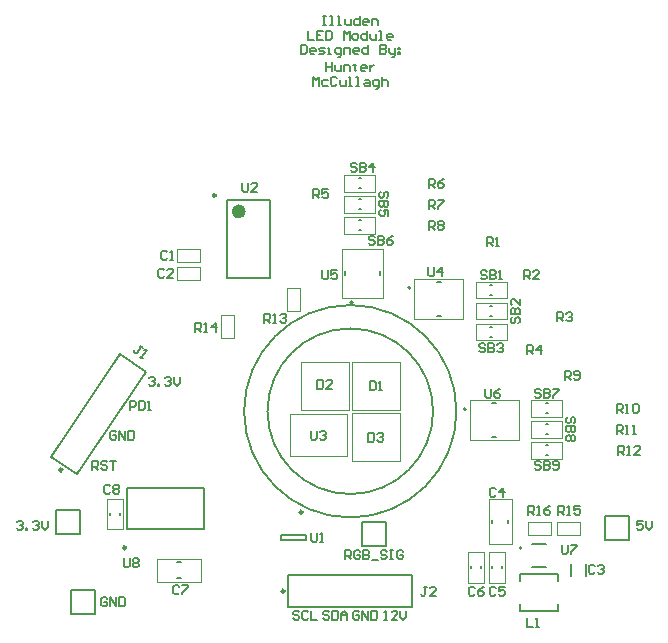
<source format=gto>
G04*
G04 #@! TF.GenerationSoftware,Altium Limited,Altium Designer,21.6.4 (81)*
G04*
G04 Layer_Color=65535*
%FSLAX23Y23*%
%MOIN*%
G70*
G04*
G04 #@! TF.SameCoordinates,5C7EE660-6927-4EDB-96E5-1C855801FDE5*
G04*
G04*
G04 #@! TF.FilePolarity,Positive*
G04*
G01*
G75*
%ADD10C,0.008*%
%ADD11C,0.005*%
%ADD12C,0.010*%
%ADD13C,0.024*%
%ADD14C,0.003*%
%ADD15C,0.002*%
D10*
X201Y412D02*
G03*
X201Y412I-4J0D01*
G01*
X386Y7D02*
G03*
X386Y7I-4J0D01*
G01*
X8Y362D02*
G03*
X8Y362I-4J0D01*
G01*
X571Y-456D02*
G03*
X571Y-456I-4J0D01*
G01*
X566Y-667D02*
X692D01*
X566Y-565D02*
Y-541D01*
Y-667D02*
Y-642D01*
Y-541D02*
X692D01*
Y-565D02*
Y-541D01*
Y-667D02*
Y-642D01*
X-743Y-394D02*
Y-256D01*
X-487D01*
Y-394D02*
Y-256D01*
X-743Y-394D02*
X-487D01*
X-769Y190D02*
X-681Y131D01*
X-999Y-151D02*
X-769Y190D01*
X-999Y-151D02*
X-911Y-210D01*
X-681Y131D01*
X-206Y-653D02*
X206D01*
X-206D02*
Y-547D01*
X206D01*
Y-653D02*
Y-547D01*
X735Y-550D02*
Y-510D01*
X785Y-550D02*
Y-510D01*
X-232Y-411D02*
X-148D01*
X-232Y-429D02*
Y-411D01*
Y-429D02*
X-148D01*
Y-411D01*
X-411Y445D02*
X-269D01*
X-411Y705D02*
X-269D01*
X-269Y445D01*
X-411D02*
X-411Y705D01*
D11*
X276Y0D02*
G03*
X276Y0I-276J0D01*
G01*
X354D02*
G03*
X354Y0I-354J0D01*
G01*
X467Y319D02*
X473D01*
X467Y351D02*
X473D01*
X467Y389D02*
X473D01*
X467Y421D02*
X473D01*
X288Y318D02*
X302D01*
X288Y432D02*
X302D01*
X467Y249D02*
X473D01*
X467Y281D02*
X473D01*
X473Y-87D02*
X487D01*
X473Y27D02*
X487D01*
X652Y-76D02*
X658D01*
X652Y-44D02*
X658D01*
X652Y-146D02*
X658D01*
X652Y-114D02*
X658D01*
X652Y-6D02*
X658D01*
X652Y26D02*
X658D01*
X-930Y-675D02*
Y-595D01*
X-850Y-675D02*
Y-595D01*
X-930D02*
X-850D01*
X-930Y-675D02*
X-850D01*
X-576Y-556D02*
X-564D01*
X-576Y-504D02*
X-564D01*
X-800Y-345D02*
Y-339D01*
X-769Y-345D02*
Y-339D01*
X-16Y453D02*
Y467D01*
X99Y453D02*
Y467D01*
X28Y776D02*
X35D01*
X28Y744D02*
X35D01*
X28Y706D02*
X35D01*
X28Y674D02*
X35D01*
X28Y636D02*
X35D01*
X28Y604D02*
X35D01*
X526Y-373D02*
Y-361D01*
X474Y-373D02*
Y-361D01*
X474Y-523D02*
Y-517D01*
X506Y-523D02*
Y-517D01*
X404Y-523D02*
Y-517D01*
X436Y-523D02*
Y-517D01*
X40Y-450D02*
Y-370D01*
X120Y-450D02*
Y-370D01*
X40D02*
X120D01*
X40Y-450D02*
X120D01*
X850Y-430D02*
Y-350D01*
X930Y-430D02*
Y-350D01*
X850D02*
X930D01*
X850Y-430D02*
X930D01*
X-980Y-410D02*
Y-330D01*
X-900Y-410D02*
Y-330D01*
X-980D02*
X-900D01*
X-980Y-410D02*
X-900D01*
X606Y-518D02*
X654D01*
X606Y-442D02*
X654D01*
X113Y-695D02*
X123D01*
X118D01*
Y-665D01*
X113Y-670D01*
X157Y-695D02*
X138D01*
X157Y-675D01*
Y-670D01*
X152Y-665D01*
X143D01*
X138Y-670D01*
X167Y-665D02*
Y-685D01*
X177Y-695D01*
X187Y-685D01*
Y-665D01*
X-810Y-625D02*
X-815Y-620D01*
X-825D01*
X-830Y-625D01*
Y-645D01*
X-825Y-650D01*
X-815D01*
X-810Y-645D01*
Y-635D01*
X-820D01*
X-800Y-650D02*
Y-620D01*
X-780Y-650D01*
Y-620D01*
X-770D02*
Y-650D01*
X-755D01*
X-750Y-645D01*
Y-625D01*
X-755Y-620D01*
X-770D01*
X-1112Y-370D02*
X-1107Y-365D01*
X-1097D01*
X-1092Y-370D01*
Y-375D01*
X-1097Y-380D01*
X-1102D01*
X-1097D01*
X-1092Y-385D01*
Y-390D01*
X-1097Y-395D01*
X-1107D01*
X-1112Y-390D01*
X-1082Y-395D02*
Y-390D01*
X-1077D01*
Y-395D01*
X-1082D01*
X-1058Y-370D02*
X-1053Y-365D01*
X-1043D01*
X-1038Y-370D01*
Y-375D01*
X-1043Y-380D01*
X-1048D01*
X-1043D01*
X-1038Y-385D01*
Y-390D01*
X-1043Y-395D01*
X-1053D01*
X-1058Y-390D01*
X-1028Y-365D02*
Y-385D01*
X-1018Y-395D01*
X-1008Y-385D01*
Y-365D01*
X-780Y-70D02*
X-785Y-65D01*
X-795D01*
X-800Y-70D01*
Y-90D01*
X-795Y-95D01*
X-785D01*
X-780Y-90D01*
Y-80D01*
X-790D01*
X-770Y-95D02*
Y-65D01*
X-750Y-95D01*
Y-65D01*
X-740D02*
Y-95D01*
X-725D01*
X-720Y-90D01*
Y-70D01*
X-725Y-65D01*
X-740D01*
X-170Y-670D02*
X-175Y-665D01*
X-185D01*
X-190Y-670D01*
Y-675D01*
X-185Y-680D01*
X-175D01*
X-170Y-685D01*
Y-690D01*
X-175Y-695D01*
X-185D01*
X-190Y-690D01*
X-140Y-670D02*
X-145Y-665D01*
X-155D01*
X-160Y-670D01*
Y-690D01*
X-155Y-695D01*
X-145D01*
X-140Y-690D01*
X-130Y-665D02*
Y-695D01*
X-110D01*
X-70Y-670D02*
X-75Y-665D01*
X-85D01*
X-90Y-670D01*
Y-675D01*
X-85Y-680D01*
X-75D01*
X-70Y-685D01*
Y-690D01*
X-75Y-695D01*
X-85D01*
X-90Y-690D01*
X-60Y-665D02*
Y-695D01*
X-45D01*
X-40Y-690D01*
Y-670D01*
X-45Y-665D01*
X-60D01*
X-30Y-695D02*
Y-675D01*
X-20Y-665D01*
X-10Y-675D01*
Y-695D01*
Y-680D01*
X-30D01*
X-860Y-195D02*
Y-165D01*
X-845D01*
X-840Y-170D01*
Y-180D01*
X-845Y-185D01*
X-860D01*
X-850D02*
X-840Y-195D01*
X-810Y-170D02*
X-815Y-165D01*
X-825D01*
X-830Y-170D01*
Y-175D01*
X-825Y-180D01*
X-815D01*
X-810Y-185D01*
Y-190D01*
X-815Y-195D01*
X-825D01*
X-830Y-190D01*
X-800Y-165D02*
X-780D01*
X-790D01*
Y-195D01*
X975Y-365D02*
X955D01*
Y-380D01*
X965Y-375D01*
X970D01*
X975Y-380D01*
Y-390D01*
X970Y-395D01*
X960D01*
X955Y-390D01*
X985Y-365D02*
Y-385D01*
X995Y-395D01*
X1005Y-385D01*
Y-365D01*
X30Y-670D02*
X25Y-665D01*
X15D01*
X10Y-670D01*
Y-690D01*
X15Y-695D01*
X25D01*
X30Y-690D01*
Y-680D01*
X20D01*
X40Y-695D02*
Y-665D01*
X60Y-695D01*
Y-665D01*
X70D02*
Y-695D01*
X85D01*
X90Y-690D01*
Y-670D01*
X85Y-665D01*
X70D01*
X-92Y1317D02*
X-82D01*
X-87D01*
Y1287D01*
X-92D01*
X-82D01*
X-67D02*
X-57D01*
X-62D01*
Y1317D01*
X-67D01*
X-42Y1287D02*
X-32D01*
X-37D01*
Y1317D01*
X-42D01*
X-17Y1307D02*
Y1292D01*
X-12Y1287D01*
X2D01*
Y1307D01*
X32Y1317D02*
Y1287D01*
X17D01*
X12Y1292D01*
Y1302D01*
X17Y1307D01*
X32D01*
X57Y1287D02*
X47D01*
X42Y1292D01*
Y1302D01*
X47Y1307D01*
X57D01*
X62Y1302D01*
Y1297D01*
X42D01*
X72Y1287D02*
Y1307D01*
X87D01*
X92Y1302D01*
Y1287D01*
X-142Y1269D02*
Y1239D01*
X-122D01*
X-92Y1269D02*
X-112D01*
Y1239D01*
X-92D01*
X-112Y1254D02*
X-102D01*
X-82Y1269D02*
Y1239D01*
X-67D01*
X-62Y1244D01*
Y1264D01*
X-67Y1269D01*
X-82D01*
X-22Y1239D02*
Y1269D01*
X-12Y1259D01*
X-2Y1269D01*
Y1239D01*
X12D02*
X22D01*
X27Y1244D01*
Y1254D01*
X22Y1259D01*
X12D01*
X7Y1254D01*
Y1244D01*
X12Y1239D01*
X57Y1269D02*
Y1239D01*
X42D01*
X37Y1244D01*
Y1254D01*
X42Y1259D01*
X57D01*
X67D02*
Y1244D01*
X72Y1239D01*
X87D01*
Y1259D01*
X97Y1239D02*
X107D01*
X102D01*
Y1269D01*
X97D01*
X137Y1239D02*
X127D01*
X122Y1244D01*
Y1254D01*
X127Y1259D01*
X137D01*
X142Y1254D01*
Y1249D01*
X122D01*
X-165Y1221D02*
Y1191D01*
X-150D01*
X-145Y1196D01*
Y1216D01*
X-150Y1221D01*
X-165D01*
X-120Y1191D02*
X-130D01*
X-135Y1196D01*
Y1206D01*
X-130Y1211D01*
X-120D01*
X-115Y1206D01*
Y1201D01*
X-135D01*
X-105Y1191D02*
X-90D01*
X-85Y1196D01*
X-90Y1201D01*
X-100D01*
X-105Y1206D01*
X-100Y1211D01*
X-85D01*
X-75Y1191D02*
X-65D01*
X-70D01*
Y1211D01*
X-75D01*
X-40Y1181D02*
X-35D01*
X-30Y1186D01*
Y1211D01*
X-45D01*
X-50Y1206D01*
Y1196D01*
X-45Y1191D01*
X-30D01*
X-20D02*
Y1211D01*
X-5D01*
X0Y1206D01*
Y1191D01*
X25D02*
X15D01*
X10Y1196D01*
Y1206D01*
X15Y1211D01*
X25D01*
X30Y1206D01*
Y1201D01*
X10D01*
X60Y1221D02*
Y1191D01*
X45D01*
X40Y1196D01*
Y1206D01*
X45Y1211D01*
X60D01*
X100Y1221D02*
Y1191D01*
X115D01*
X120Y1196D01*
Y1201D01*
X115Y1206D01*
X100D01*
X115D01*
X120Y1211D01*
Y1216D01*
X115Y1221D01*
X100D01*
X130Y1211D02*
Y1196D01*
X135Y1191D01*
X150D01*
Y1186D01*
X145Y1181D01*
X140D01*
X150Y1191D02*
Y1211D01*
X160D02*
X165D01*
Y1206D01*
X160D01*
Y1211D01*
Y1196D02*
X165D01*
Y1191D01*
X160D01*
Y1196D01*
X-80Y1163D02*
Y1133D01*
Y1148D01*
X-60D01*
Y1163D01*
Y1133D01*
X-50Y1153D02*
Y1138D01*
X-45Y1133D01*
X-30D01*
Y1153D01*
X-20Y1133D02*
Y1153D01*
X-5D01*
X0Y1148D01*
Y1133D01*
X15Y1158D02*
Y1153D01*
X10D01*
X20D01*
X15D01*
Y1138D01*
X20Y1133D01*
X50D02*
X40D01*
X35Y1138D01*
Y1148D01*
X40Y1153D01*
X50D01*
X55Y1148D01*
Y1143D01*
X35D01*
X65Y1153D02*
Y1133D01*
Y1143D01*
X70Y1148D01*
X75Y1153D01*
X80D01*
X-125Y1085D02*
Y1115D01*
X-115Y1105D01*
X-105Y1115D01*
Y1085D01*
X-75Y1105D02*
X-90D01*
X-95Y1100D01*
Y1090D01*
X-90Y1085D01*
X-75D01*
X-45Y1110D02*
X-50Y1115D01*
X-60D01*
X-65Y1110D01*
Y1090D01*
X-60Y1085D01*
X-50D01*
X-45Y1090D01*
X-35Y1105D02*
Y1090D01*
X-30Y1085D01*
X-15D01*
Y1105D01*
X-5Y1085D02*
X5D01*
X0D01*
Y1115D01*
X-5D01*
X20Y1085D02*
X30D01*
X25D01*
Y1115D01*
X20D01*
X50Y1105D02*
X60D01*
X65Y1100D01*
Y1085D01*
X50D01*
X45Y1090D01*
X50Y1095D01*
X65D01*
X85Y1075D02*
X90D01*
X95Y1080D01*
Y1105D01*
X80D01*
X75Y1100D01*
Y1090D01*
X80Y1085D01*
X95D01*
X105Y1115D02*
Y1085D01*
Y1100D01*
X110Y1105D01*
X120D01*
X125Y1100D01*
Y1085D01*
X-672Y110D02*
X-667Y115D01*
X-657D01*
X-652Y110D01*
Y105D01*
X-657Y100D01*
X-662D01*
X-657D01*
X-652Y95D01*
Y90D01*
X-657Y85D01*
X-667D01*
X-672Y90D01*
X-642Y85D02*
Y90D01*
X-637D01*
Y85D01*
X-642D01*
X-618Y110D02*
X-613Y115D01*
X-603D01*
X-598Y110D01*
Y105D01*
X-603Y100D01*
X-608D01*
X-603D01*
X-598Y95D01*
Y90D01*
X-603Y85D01*
X-613D01*
X-618Y90D01*
X-588Y115D02*
Y95D01*
X-578Y85D01*
X-568Y95D01*
Y115D01*
X-735Y5D02*
Y35D01*
X-720D01*
X-715Y30D01*
Y20D01*
X-720Y15D01*
X-735D01*
X-705Y35D02*
Y5D01*
X-690D01*
X-685Y10D01*
Y30D01*
X-690Y35D01*
X-705D01*
X-675Y5D02*
X-665D01*
X-670D01*
Y35D01*
X-675Y30D01*
X-131Y-65D02*
Y-90D01*
X-126Y-95D01*
X-116D01*
X-111Y-90D01*
Y-65D01*
X-101Y-70D02*
X-96Y-65D01*
X-86D01*
X-81Y-70D01*
Y-75D01*
X-86Y-80D01*
X-91D01*
X-86D01*
X-81Y-85D01*
Y-90D01*
X-86Y-95D01*
X-96D01*
X-101Y-90D01*
X60Y-72D02*
Y-102D01*
X75D01*
X80Y-97D01*
Y-77D01*
X75Y-72D01*
X60D01*
X90Y-77D02*
X95Y-72D01*
X105D01*
X110Y-77D01*
Y-82D01*
X105Y-87D01*
X100D01*
X105D01*
X110Y-92D01*
Y-97D01*
X105Y-102D01*
X95D01*
X90Y-97D01*
X-110Y105D02*
Y75D01*
X-95D01*
X-90Y80D01*
Y100D01*
X-95Y105D01*
X-110D01*
X-60Y75D02*
X-80D01*
X-60Y95D01*
Y100D01*
X-65Y105D01*
X-75D01*
X-80Y100D01*
X65Y100D02*
Y70D01*
X80D01*
X85Y75D01*
Y95D01*
X80Y100D01*
X65D01*
X95Y70D02*
X105D01*
X100D01*
Y100D01*
X95Y95D01*
X635Y-170D02*
X630Y-165D01*
X620D01*
X615Y-170D01*
Y-175D01*
X620Y-180D01*
X630D01*
X635Y-185D01*
Y-190D01*
X630Y-195D01*
X620D01*
X615Y-190D01*
X645Y-165D02*
Y-195D01*
X660D01*
X665Y-190D01*
Y-185D01*
X660Y-180D01*
X645D01*
X660D01*
X665Y-175D01*
Y-170D01*
X660Y-165D01*
X645D01*
X675Y-190D02*
X680Y-195D01*
X690D01*
X695Y-190D01*
Y-170D01*
X690Y-165D01*
X680D01*
X675Y-170D01*
Y-175D01*
X680Y-180D01*
X695D01*
X745Y-40D02*
X750Y-35D01*
Y-25D01*
X745Y-20D01*
X740D01*
X735Y-25D01*
Y-35D01*
X730Y-40D01*
X725D01*
X720Y-35D01*
Y-25D01*
X725Y-20D01*
X750Y-50D02*
X720D01*
Y-65D01*
X725Y-70D01*
X730D01*
X735Y-65D01*
Y-50D01*
Y-65D01*
X740Y-70D01*
X745D01*
X750Y-65D01*
Y-50D01*
X745Y-80D02*
X750Y-85D01*
Y-95D01*
X745Y-100D01*
X740D01*
X735Y-95D01*
X730Y-100D01*
X725D01*
X720Y-95D01*
Y-85D01*
X725Y-80D01*
X730D01*
X735Y-85D01*
X740Y-80D01*
X745D01*
X735Y-85D02*
Y-95D01*
X635Y70D02*
X630Y75D01*
X620D01*
X615Y70D01*
Y65D01*
X620Y60D01*
X630D01*
X635Y55D01*
Y50D01*
X630Y45D01*
X620D01*
X615Y50D01*
X645Y75D02*
Y45D01*
X660D01*
X665Y50D01*
Y55D01*
X660Y60D01*
X645D01*
X660D01*
X665Y65D01*
Y70D01*
X660Y75D01*
X645D01*
X675D02*
X695D01*
Y70D01*
X675Y50D01*
Y45D01*
X81Y580D02*
X76Y585D01*
X66D01*
X61Y580D01*
Y575D01*
X66Y570D01*
X76D01*
X81Y565D01*
Y560D01*
X76Y555D01*
X66D01*
X61Y560D01*
X91Y585D02*
Y555D01*
X106D01*
X111Y560D01*
Y565D01*
X106Y570D01*
X91D01*
X106D01*
X111Y575D01*
Y580D01*
X106Y585D01*
X91D01*
X141D02*
X131Y580D01*
X121Y570D01*
Y560D01*
X126Y555D01*
X136D01*
X141Y560D01*
Y565D01*
X136Y570D01*
X121D01*
X121Y712D02*
X126Y717D01*
Y727D01*
X121Y732D01*
X116D01*
X111Y727D01*
Y717D01*
X106Y712D01*
X101D01*
X96Y717D01*
Y727D01*
X101Y732D01*
X126Y702D02*
X96D01*
Y687D01*
X101Y682D01*
X106D01*
X111Y687D01*
Y702D01*
Y687D01*
X116Y682D01*
X121D01*
X126Y687D01*
Y702D01*
Y652D02*
Y672D01*
X111D01*
X116Y662D01*
Y657D01*
X111Y652D01*
X101D01*
X96Y657D01*
Y667D01*
X101Y672D01*
X21Y824D02*
X16Y829D01*
X6D01*
X1Y824D01*
Y819D01*
X6Y814D01*
X16D01*
X21Y809D01*
Y804D01*
X16Y799D01*
X6D01*
X1Y804D01*
X31Y829D02*
Y799D01*
X46D01*
X51Y804D01*
Y809D01*
X46Y814D01*
X31D01*
X46D01*
X51Y819D01*
Y824D01*
X46Y829D01*
X31D01*
X76Y799D02*
Y829D01*
X61Y814D01*
X81D01*
X450Y221D02*
X445Y226D01*
X435D01*
X430Y221D01*
Y216D01*
X435Y211D01*
X445D01*
X450Y206D01*
Y201D01*
X445Y196D01*
X435D01*
X430Y201D01*
X460Y226D02*
Y196D01*
X475D01*
X480Y201D01*
Y206D01*
X475Y211D01*
X460D01*
X475D01*
X480Y216D01*
Y221D01*
X475Y226D01*
X460D01*
X490Y221D02*
X495Y226D01*
X505D01*
X510Y221D01*
Y216D01*
X505Y211D01*
X500D01*
X505D01*
X510Y206D01*
Y201D01*
X505Y196D01*
X495D01*
X490Y201D01*
X540Y313D02*
X535Y308D01*
Y298D01*
X540Y293D01*
X545D01*
X550Y298D01*
Y308D01*
X555Y313D01*
X560D01*
X565Y308D01*
Y298D01*
X560Y293D01*
X535Y323D02*
X565D01*
Y338D01*
X560Y343D01*
X555D01*
X550Y338D01*
Y323D01*
Y338D01*
X545Y343D01*
X540D01*
X535Y338D01*
Y323D01*
X565Y373D02*
Y353D01*
X545Y373D01*
X540D01*
X535Y368D01*
Y358D01*
X540Y353D01*
X455Y465D02*
X450Y470D01*
X440D01*
X435Y465D01*
Y460D01*
X440Y455D01*
X450D01*
X455Y450D01*
Y445D01*
X450Y440D01*
X440D01*
X435Y445D01*
X465Y470D02*
Y440D01*
X480D01*
X485Y445D01*
Y450D01*
X480Y455D01*
X465D01*
X480D01*
X485Y460D01*
Y465D01*
X480Y470D01*
X465D01*
X495Y440D02*
X505D01*
X500D01*
Y470D01*
X495Y465D01*
X-755Y-490D02*
Y-515D01*
X-750Y-520D01*
X-740D01*
X-735Y-515D01*
Y-490D01*
X-725Y-495D02*
X-720Y-490D01*
X-710D01*
X-705Y-495D01*
Y-500D01*
X-710Y-505D01*
X-705Y-510D01*
Y-515D01*
X-710Y-520D01*
X-720D01*
X-725Y-515D01*
Y-510D01*
X-720Y-505D01*
X-725Y-500D01*
Y-495D01*
X-720Y-505D02*
X-710D01*
X705Y-445D02*
Y-470D01*
X710Y-475D01*
X720D01*
X725Y-470D01*
Y-445D01*
X735D02*
X755D01*
Y-450D01*
X735Y-470D01*
Y-475D01*
X450Y75D02*
Y50D01*
X455Y45D01*
X465D01*
X470Y50D01*
Y75D01*
X500D02*
X490Y70D01*
X480Y60D01*
Y50D01*
X485Y45D01*
X495D01*
X500Y50D01*
Y55D01*
X495Y60D01*
X480D01*
X-94Y470D02*
Y445D01*
X-89Y440D01*
X-79D01*
X-74Y445D01*
Y470D01*
X-44D02*
X-64D01*
Y455D01*
X-54Y460D01*
X-49D01*
X-44Y455D01*
Y445D01*
X-49Y440D01*
X-59D01*
X-64Y445D01*
X260Y480D02*
Y455D01*
X265Y450D01*
X275D01*
X280Y455D01*
Y480D01*
X305Y450D02*
Y480D01*
X290Y465D01*
X310D01*
X-360Y762D02*
Y737D01*
X-355Y732D01*
X-345D01*
X-340Y737D01*
Y762D01*
X-310Y732D02*
X-330D01*
X-310Y752D01*
Y757D01*
X-315Y762D01*
X-325D01*
X-330Y757D01*
X-130Y-405D02*
Y-430D01*
X-125Y-435D01*
X-115D01*
X-110Y-430D01*
Y-405D01*
X-100Y-435D02*
X-90D01*
X-95D01*
Y-405D01*
X-100Y-410D01*
X-17Y-492D02*
Y-463D01*
X-2D01*
X3Y-468D01*
Y-478D01*
X-2Y-482D01*
X-17D01*
X-7D02*
X3Y-492D01*
X33Y-468D02*
X28Y-463D01*
X18D01*
X13Y-468D01*
Y-487D01*
X18Y-492D01*
X28D01*
X33Y-487D01*
Y-478D01*
X23D01*
X43Y-463D02*
Y-492D01*
X58D01*
X63Y-487D01*
Y-482D01*
X58Y-478D01*
X43D01*
X58D01*
X63Y-473D01*
Y-468D01*
X58Y-463D01*
X43D01*
X73Y-497D02*
X92D01*
X122Y-468D02*
X117Y-463D01*
X107D01*
X102Y-468D01*
Y-473D01*
X107Y-478D01*
X117D01*
X122Y-482D01*
Y-487D01*
X117Y-492D01*
X107D01*
X102Y-487D01*
X132Y-463D02*
X142D01*
X137D01*
Y-492D01*
X132D01*
X142D01*
X177Y-468D02*
X172Y-463D01*
X162D01*
X157Y-468D01*
Y-487D01*
X162Y-492D01*
X172D01*
X177Y-487D01*
Y-478D01*
X167D01*
X593Y-345D02*
Y-315D01*
X608D01*
X613Y-320D01*
Y-330D01*
X608Y-335D01*
X593D01*
X603D02*
X613Y-345D01*
X623D02*
X632D01*
X628D01*
Y-315D01*
X623Y-320D01*
X667Y-315D02*
X657Y-320D01*
X647Y-330D01*
Y-340D01*
X652Y-345D01*
X662D01*
X667Y-340D01*
Y-335D01*
X662Y-330D01*
X647D01*
X693Y-345D02*
Y-315D01*
X708D01*
X713Y-320D01*
Y-330D01*
X708Y-335D01*
X693D01*
X703D02*
X713Y-345D01*
X723D02*
X732D01*
X728D01*
Y-315D01*
X723Y-320D01*
X767Y-315D02*
X747D01*
Y-330D01*
X757Y-325D01*
X762D01*
X767Y-330D01*
Y-340D01*
X762Y-345D01*
X752D01*
X747Y-340D01*
X-517Y265D02*
Y295D01*
X-502D01*
X-497Y290D01*
Y280D01*
X-502Y275D01*
X-517D01*
X-507D02*
X-497Y265D01*
X-487D02*
X-478D01*
X-482D01*
Y295D01*
X-487Y290D01*
X-448Y265D02*
Y295D01*
X-463Y280D01*
X-443D01*
X-287Y295D02*
Y325D01*
X-272D01*
X-267Y320D01*
Y310D01*
X-272Y305D01*
X-287D01*
X-277D02*
X-267Y295D01*
X-257D02*
X-248D01*
X-252D01*
Y325D01*
X-257Y320D01*
X-233D02*
X-228Y325D01*
X-218D01*
X-213Y320D01*
Y315D01*
X-218Y310D01*
X-223D01*
X-218D01*
X-213Y305D01*
Y300D01*
X-218Y295D01*
X-228D01*
X-233Y300D01*
X893Y-145D02*
Y-115D01*
X908D01*
X913Y-120D01*
Y-130D01*
X908Y-135D01*
X893D01*
X903D02*
X913Y-145D01*
X923D02*
X932D01*
X928D01*
Y-115D01*
X923Y-120D01*
X967Y-145D02*
X947D01*
X967Y-125D01*
Y-120D01*
X962Y-115D01*
X952D01*
X947Y-120D01*
X888Y-75D02*
Y-45D01*
X903D01*
X908Y-50D01*
Y-60D01*
X903Y-65D01*
X888D01*
X898D02*
X908Y-75D01*
X918D02*
X927D01*
X922D01*
Y-45D01*
X918Y-50D01*
X942Y-75D02*
X952D01*
X947D01*
Y-45D01*
X942Y-50D01*
X888Y-5D02*
Y25D01*
X903D01*
X908Y20D01*
Y10D01*
X903Y5D01*
X888D01*
X898D02*
X908Y-5D01*
X918D02*
X927D01*
X923D01*
Y25D01*
X918Y20D01*
X942D02*
X947Y25D01*
X957D01*
X962Y20D01*
Y0D01*
X957Y-5D01*
X947D01*
X942Y0D01*
Y20D01*
X715Y105D02*
Y135D01*
X730D01*
X735Y130D01*
Y120D01*
X730Y115D01*
X715D01*
X725D02*
X735Y105D01*
X745Y110D02*
X750Y105D01*
X760D01*
X765Y110D01*
Y130D01*
X760Y135D01*
X750D01*
X745Y130D01*
Y125D01*
X750Y120D01*
X765D01*
X261Y605D02*
Y635D01*
X276D01*
X281Y630D01*
Y620D01*
X276Y615D01*
X261D01*
X271D02*
X281Y605D01*
X291Y630D02*
X296Y635D01*
X306D01*
X311Y630D01*
Y625D01*
X306Y620D01*
X311Y615D01*
Y610D01*
X306Y605D01*
X296D01*
X291Y610D01*
Y615D01*
X296Y620D01*
X291Y625D01*
Y630D01*
X296Y620D02*
X306D01*
X261Y675D02*
Y705D01*
X276D01*
X281Y700D01*
Y690D01*
X276Y685D01*
X261D01*
X271D02*
X281Y675D01*
X291Y705D02*
X311D01*
Y700D01*
X291Y680D01*
Y675D01*
X261Y745D02*
Y775D01*
X276D01*
X281Y770D01*
Y760D01*
X276Y755D01*
X261D01*
X271D02*
X281Y745D01*
X311Y775D02*
X301Y770D01*
X291Y760D01*
Y750D01*
X296Y745D01*
X306D01*
X311Y750D01*
Y755D01*
X306Y760D01*
X291D01*
X-124Y710D02*
Y740D01*
X-109D01*
X-104Y735D01*
Y725D01*
X-109Y720D01*
X-124D01*
X-114D02*
X-104Y710D01*
X-74Y740D02*
X-94D01*
Y725D01*
X-84Y730D01*
X-79D01*
X-74Y725D01*
Y715D01*
X-79Y710D01*
X-89D01*
X-94Y715D01*
X590Y190D02*
Y220D01*
X605D01*
X610Y215D01*
Y205D01*
X605Y200D01*
X590D01*
X600D02*
X610Y190D01*
X635D02*
Y220D01*
X620Y205D01*
X640D01*
X690Y300D02*
Y330D01*
X705D01*
X710Y325D01*
Y315D01*
X705Y310D01*
X690D01*
X700D02*
X710Y300D01*
X720Y325D02*
X725Y330D01*
X735D01*
X740Y325D01*
Y320D01*
X735Y315D01*
X730D01*
X735D01*
X740Y310D01*
Y305D01*
X735Y300D01*
X725D01*
X720Y305D01*
X580Y440D02*
Y470D01*
X595D01*
X600Y465D01*
Y455D01*
X595Y450D01*
X580D01*
X590D02*
X600Y440D01*
X630D02*
X610D01*
X630Y460D01*
Y465D01*
X625Y470D01*
X615D01*
X610Y465D01*
X455Y550D02*
Y580D01*
X470D01*
X475Y575D01*
Y565D01*
X470Y560D01*
X455D01*
X465D02*
X475Y550D01*
X485D02*
X495D01*
X490D01*
Y580D01*
X485Y575D01*
X589Y-689D02*
Y-719D01*
X609D01*
X619D02*
X629D01*
X624D01*
Y-689D01*
X619Y-694D01*
X255Y-585D02*
X245D01*
X250D01*
Y-610D01*
X245Y-615D01*
X240D01*
X235Y-610D01*
X285Y-615D02*
X265D01*
X285Y-595D01*
Y-590D01*
X280Y-585D01*
X270D01*
X265Y-590D01*
X-692Y212D02*
X-700Y218D01*
X-696Y215D01*
X-710Y195D01*
X-717Y193D01*
X-721Y196D01*
X-722Y203D01*
X-700Y182D02*
X-692Y176D01*
X-696Y179D01*
X-679Y204D01*
X-686Y203D01*
X-800Y-250D02*
X-805Y-245D01*
X-815D01*
X-820Y-250D01*
Y-270D01*
X-815Y-275D01*
X-805D01*
X-800Y-270D01*
X-790Y-250D02*
X-785Y-245D01*
X-775D01*
X-770Y-250D01*
Y-255D01*
X-775Y-260D01*
X-770Y-265D01*
Y-270D01*
X-775Y-275D01*
X-785D01*
X-790Y-270D01*
Y-265D01*
X-785Y-260D01*
X-790Y-255D01*
Y-250D01*
X-785Y-260D02*
X-775D01*
X-570Y-585D02*
X-575Y-580D01*
X-585D01*
X-590Y-585D01*
Y-605D01*
X-585Y-610D01*
X-575D01*
X-570Y-605D01*
X-560Y-580D02*
X-540D01*
Y-585D01*
X-560Y-605D01*
Y-610D01*
X415Y-590D02*
X410Y-585D01*
X400D01*
X395Y-590D01*
Y-610D01*
X400Y-615D01*
X410D01*
X415Y-610D01*
X445Y-585D02*
X435Y-590D01*
X425Y-600D01*
Y-610D01*
X430Y-615D01*
X440D01*
X445Y-610D01*
Y-605D01*
X440Y-600D01*
X425D01*
X485Y-590D02*
X480Y-585D01*
X470D01*
X465Y-590D01*
Y-610D01*
X470Y-615D01*
X480D01*
X485Y-610D01*
X515Y-585D02*
X495D01*
Y-600D01*
X505Y-595D01*
X510D01*
X515Y-600D01*
Y-610D01*
X510Y-615D01*
X500D01*
X495Y-610D01*
X485Y-260D02*
X480Y-255D01*
X470D01*
X465Y-260D01*
Y-280D01*
X470Y-285D01*
X480D01*
X485Y-280D01*
X510Y-285D02*
Y-255D01*
X495Y-270D01*
X515D01*
X815Y-516D02*
X810Y-511D01*
X800D01*
X795Y-516D01*
Y-536D01*
X800Y-541D01*
X810D01*
X815Y-536D01*
X825Y-516D02*
X830Y-511D01*
X840D01*
X845Y-516D01*
Y-521D01*
X840Y-526D01*
X835D01*
X840D01*
X845Y-531D01*
Y-536D01*
X840Y-541D01*
X830D01*
X825Y-536D01*
X-620Y470D02*
X-625Y475D01*
X-635D01*
X-640Y470D01*
Y450D01*
X-635Y445D01*
X-625D01*
X-620Y450D01*
X-590Y445D02*
X-610D01*
X-590Y465D01*
Y470D01*
X-595Y475D01*
X-605D01*
X-610Y470D01*
X-610Y530D02*
X-615Y535D01*
X-625D01*
X-630Y530D01*
Y510D01*
X-625Y505D01*
X-615D01*
X-610Y510D01*
X-600Y505D02*
X-590D01*
X-595D01*
Y535D01*
X-600Y530D01*
D12*
X-748Y-455D02*
G03*
X-748Y-455I-5J0D01*
G01*
X-960Y-195D02*
G03*
X-960Y-195I-5J0D01*
G01*
X-219Y-600D02*
G03*
X-219Y-600I-5J0D01*
G01*
X-159Y-336D02*
G03*
X-159Y-336I-5J0D01*
G01*
X-448Y720D02*
G03*
X-448Y720I-5J0D01*
G01*
D13*
X-360Y666D02*
G03*
X-360Y666I-12J0D01*
G01*
D14*
X419Y307D02*
X521D01*
X419Y362D02*
X521D01*
Y307D02*
Y362D01*
X419Y307D02*
Y362D01*
Y377D02*
X521D01*
X419Y432D02*
X521D01*
Y377D02*
Y432D01*
X419Y377D02*
Y432D01*
X214Y308D02*
X376D01*
X214Y442D02*
X376D01*
Y308D02*
Y442D01*
X214Y308D02*
Y442D01*
X419Y237D02*
X521D01*
X419Y292D02*
X521D01*
Y237D02*
Y292D01*
X419Y237D02*
Y292D01*
X399Y-97D02*
X561D01*
X399Y37D02*
X561D01*
Y-97D02*
Y37D01*
X399Y-97D02*
Y37D01*
X604Y-88D02*
X706D01*
X604Y-33D02*
X706D01*
Y-88D02*
Y-33D01*
X604Y-88D02*
Y-33D01*
Y-158D02*
X706D01*
X604Y-103D02*
X706D01*
Y-158D02*
Y-103D01*
X604Y-158D02*
Y-103D01*
Y-18D02*
X706D01*
X604Y37D02*
X706D01*
Y-18D02*
Y37D01*
X604Y-18D02*
Y37D01*
X-10Y-150D02*
Y-10D01*
X-200Y-150D02*
Y-10D01*
Y-150D02*
X-10D01*
X-200Y-10D02*
X-10D01*
X-644Y-569D02*
X-496D01*
X-644Y-491D02*
X-496D01*
Y-569D02*
Y-491D01*
X-644Y-569D02*
Y-491D01*
X-811Y-393D02*
X-756D01*
X-811Y-291D02*
X-756D01*
X-811Y-393D02*
Y-291D01*
X-756Y-393D02*
Y-291D01*
X-26Y379D02*
X108D01*
X-26Y541D02*
X108D01*
X-26Y379D02*
Y541D01*
X108Y379D02*
Y541D01*
X-20Y732D02*
Y787D01*
X82Y732D02*
Y787D01*
X-20D02*
X82D01*
X-20Y732D02*
X82D01*
X-20Y662D02*
Y717D01*
X82Y662D02*
Y717D01*
X-20D02*
X82D01*
X-20Y662D02*
X82D01*
X-20Y592D02*
Y647D01*
X82Y592D02*
Y647D01*
X-20D02*
X82D01*
X-20Y592D02*
X82D01*
X539Y-441D02*
Y-293D01*
X461Y-441D02*
Y-293D01*
X539D01*
X461Y-441D02*
X539D01*
X462Y-571D02*
Y-469D01*
X517Y-571D02*
Y-469D01*
X462Y-571D02*
X517D01*
X462Y-469D02*
X517D01*
X392Y-571D02*
Y-469D01*
X447Y-571D02*
Y-469D01*
X392Y-571D02*
X447D01*
X392Y-469D02*
X447D01*
X-578Y498D02*
X-502D01*
X-578Y542D02*
X-502D01*
Y498D02*
Y542D01*
X-578Y498D02*
Y542D01*
Y438D02*
X-502D01*
X-578Y482D02*
X-502D01*
Y438D02*
Y482D01*
X-578Y438D02*
Y482D01*
X-212Y334D02*
Y410D01*
X-168Y334D02*
Y410D01*
X-212Y334D02*
X-168D01*
X-212Y410D02*
X-168D01*
X-432Y245D02*
Y321D01*
X-388Y245D02*
Y321D01*
X-432Y245D02*
X-388D01*
X-432Y321D02*
X-388D01*
X690Y-368D02*
X766D01*
X690Y-412D02*
X766D01*
X690D02*
Y-368D01*
X766Y-412D02*
Y-368D01*
X594D02*
X670D01*
X594Y-412D02*
X670D01*
X594D02*
Y-368D01*
X670Y-412D02*
Y-368D01*
D15*
X165Y-165D02*
Y-5D01*
X5D02*
X165D01*
X5Y-165D02*
Y-5D01*
Y-165D02*
X165D01*
X-165Y5D02*
Y165D01*
Y5D02*
X-5D01*
Y165D01*
X-165D02*
X-5D01*
X165Y5D02*
Y165D01*
X5D02*
X165D01*
X5Y5D02*
Y165D01*
Y5D02*
X165D01*
M02*

</source>
